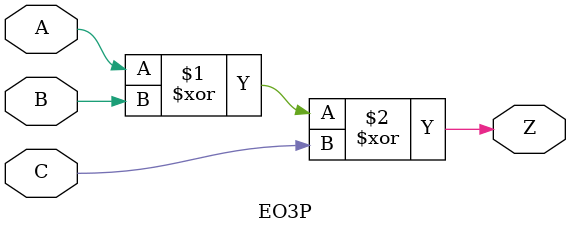
<source format=v>
/*******************************************************************************************************
 * ECE 527L
 * Ussash Arafat
 *
 * Library: lsi_10k
 * Target Cell: EO3P
 * ***************************************************************************************************
 * 3 input exclusive OR
 * ***************************************************************************************************/

`timescale 1ns/1ps //Declaring referernce time and time precision

module EO3P(A,B,C,Z);

// I/O declaration
input A,B,C;
output Z;

//Describing operations using built-in-primitives
xor (Z, A, B, C);

//Specifying delays
specify
specparam
BEST_RISE=0.61, BEST_FALL=0.71,
TYP_RISE=2.22, TYP_FALL=2.605,
WORST_RISE=3.83, WORST_FALL=4.50;
//Rise time and fall time in full connection  with Best, Typical and worst conditions
(A, B, C *> Z) = (BEST_RISE:TYP_RISE:WORST_RISE,BEST_FALL:TYP_FALL:WORST_FALL);
endspecify
endmodule

</source>
